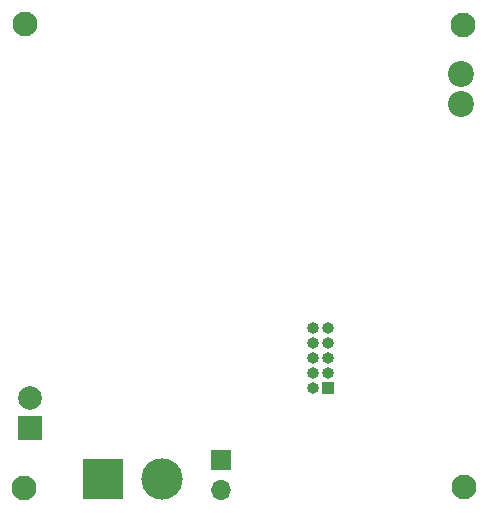
<source format=gbr>
%TF.GenerationSoftware,KiCad,Pcbnew,8.0.3*%
%TF.CreationDate,2025-04-14T11:30:41+02:00*%
%TF.ProjectId,picoballoon,7069636f-6261-46c6-9c6f-6f6e2e6b6963,rev?*%
%TF.SameCoordinates,Original*%
%TF.FileFunction,Soldermask,Bot*%
%TF.FilePolarity,Negative*%
%FSLAX46Y46*%
G04 Gerber Fmt 4.6, Leading zero omitted, Abs format (unit mm)*
G04 Created by KiCad (PCBNEW 8.0.3) date 2025-04-14 11:30:41*
%MOMM*%
%LPD*%
G01*
G04 APERTURE LIST*
%ADD10R,2.000000X2.000000*%
%ADD11C,2.000000*%
%ADD12C,2.100000*%
%ADD13C,2.200000*%
%ADD14R,1.000000X1.000000*%
%ADD15O,1.000000X1.000000*%
%ADD16R,3.500000X3.500000*%
%ADD17C,3.500000*%
%ADD18R,1.700000X1.700000*%
%ADD19O,1.700000X1.700000*%
G04 APERTURE END LIST*
D10*
%TO.C,SC1*%
X122120000Y-121025000D03*
D11*
X122120000Y-118485000D03*
%TD*%
D12*
%TO.C,H1*%
X121590000Y-126160000D03*
%TD*%
%TO.C,H2*%
X158880000Y-126080000D03*
%TD*%
%TO.C,H4*%
X121680000Y-86860000D03*
%TD*%
%TO.C,H3*%
X158780000Y-86920000D03*
%TD*%
D13*
%TO.C,AE1*%
X158610000Y-93640000D03*
X158610000Y-91100000D03*
%TD*%
D14*
%TO.C,J1*%
X147360000Y-117690000D03*
D15*
X146090000Y-117690000D03*
X147360000Y-116420000D03*
X146090000Y-116420000D03*
X147360000Y-115150000D03*
X146090000Y-115150000D03*
X147360000Y-113880000D03*
X146090000Y-113880000D03*
X147360000Y-112610000D03*
X146090000Y-112610000D03*
%TD*%
D16*
%TO.C,C1*%
X128270000Y-125400000D03*
D17*
X133270000Y-125400000D03*
%TD*%
D18*
%TO.C,J2*%
X138230000Y-123720000D03*
D19*
X138230000Y-126260000D03*
%TD*%
M02*

</source>
